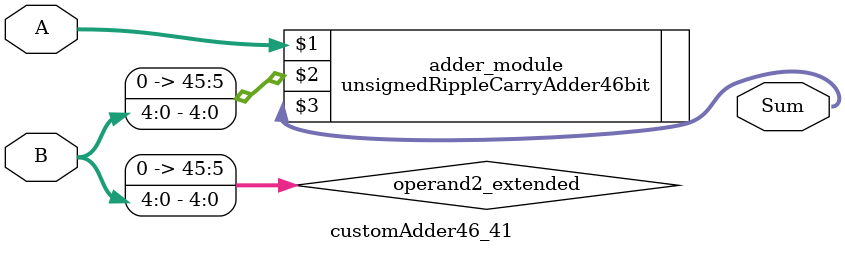
<source format=v>
module customAdder46_41(
                        input [45 : 0] A,
                        input [4 : 0] B,
                        
                        output [46 : 0] Sum
                );

        wire [45 : 0] operand2_extended;
        
        assign operand2_extended =  {41'b0, B};
        
        unsignedRippleCarryAdder46bit adder_module(
            A,
            operand2_extended,
            Sum
        );
        
        endmodule
        
</source>
